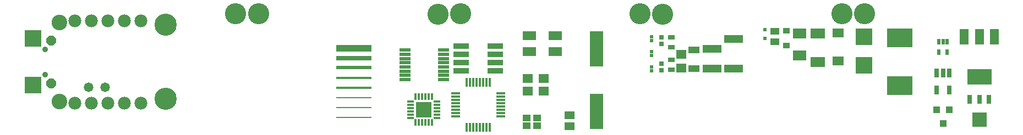
<source format=gbr>
G04 EAGLE Gerber RS-274X export*
G75*
%MOMM*%
%FSLAX34Y34*%
%LPD*%
%INSoldermask Bottom*%
%IPPOS*%
%AMOC8*
5,1,8,0,0,1.08239X$1,22.5*%
G01*
%ADD10R,5.410200X1.041400*%
%ADD11R,5.410200X0.762000*%
%ADD12R,5.410200X0.609600*%
%ADD13R,5.410200X0.457200*%
%ADD14R,5.410200X0.304800*%
%ADD15R,5.410200X0.254000*%
%ADD16R,5.410200X0.203200*%
%ADD17R,5.410200X0.152400*%
%ADD18C,2.403200*%
%ADD19R,0.503200X0.503200*%
%ADD20R,0.803200X0.703200*%
%ADD21R,1.103200X0.803200*%
%ADD22R,1.503200X1.403200*%
%ADD23R,1.803200X1.103200*%
%ADD24R,3.003200X1.203200*%
%ADD25R,1.422400X2.438400*%
%ADD26R,3.803200X2.403200*%
%ADD27R,0.783200X1.403200*%
%ADD28R,2.203200X2.203200*%
%ADD29R,0.753200X1.403200*%
%ADD30R,1.003200X1.103200*%
%ADD31R,0.603200X0.953200*%
%ADD32R,2.003200X1.403200*%
%ADD33R,1.603200X1.403200*%
%ADD34R,1.253200X1.103200*%
%ADD35R,2.133600X5.537200*%
%ADD36R,1.603200X1.203200*%
%ADD37R,1.403200X1.003200*%
%ADD38R,0.553200X0.553200*%
%ADD39R,1.673200X1.473200*%
%ADD40R,2.603200X2.603200*%
%ADD41R,4.003200X3.003200*%
%ADD42R,2.303200X1.603200*%
%ADD43R,1.033200X0.833200*%
%ADD44R,2.003200X1.603200*%
%ADD45R,1.803200X0.553200*%
%ADD46R,2.413000X0.812800*%
%ADD47R,1.003200X0.453200*%
%ADD48R,0.453200X1.003200*%
%ADD49R,2.400000X2.400000*%
%ADD50R,1.346200X0.457200*%
%ADD51R,0.457200X1.346200*%
%ADD52C,3.419200*%
%ADD53C,0.903200*%
%ADD54R,2.616200X2.616200*%
%ADD55P,1.635708X8X112.500000*%
%ADD56P,1.635708X8X292.500000*%
%ADD57C,1.473200*%
%ADD58C,1.981200*%
%ADD59C,3.251200*%


D10*
X518033Y148463D03*
D11*
X518033Y133096D03*
D12*
X518033Y118110D03*
D13*
X518033Y102616D03*
D14*
X518033Y87376D03*
D15*
X518033Y72136D03*
D16*
X518033Y56896D03*
D17*
X518033Y41656D03*
D18*
X64770Y66040D03*
X64770Y187960D03*
D19*
X976376Y119332D03*
X976376Y113332D03*
D20*
X991616Y124380D03*
X991616Y114380D03*
D21*
X1006856Y129928D03*
X1006856Y114928D03*
D22*
X1022096Y138770D03*
X1022096Y117770D03*
D23*
X1041654Y145310D03*
X1041654Y116310D03*
D24*
X1068832Y116826D03*
X1068832Y146826D03*
X1102106Y162700D03*
X1102106Y116700D03*
D25*
X1457198Y165862D03*
X1480312Y165862D03*
X1503426Y165862D03*
D26*
X1480312Y103884D03*
D27*
X1465312Y69054D03*
X1480312Y69054D03*
X1495312Y69054D03*
D28*
X1480312Y38054D03*
D29*
X1414932Y109775D03*
X1424432Y109775D03*
X1433932Y109775D03*
X1433932Y83773D03*
X1414932Y83773D03*
D30*
X1424432Y32434D03*
X1433932Y53434D03*
X1414932Y53434D03*
D31*
X1417932Y158364D03*
X1424432Y158364D03*
X1430932Y158364D03*
X1430932Y141864D03*
X1417932Y141864D03*
D32*
X827720Y143194D03*
X787720Y167194D03*
X827720Y167194D03*
X787720Y143194D03*
D33*
X809814Y101194D03*
X785814Y101194D03*
X809814Y82194D03*
X785814Y82194D03*
D34*
X799668Y28290D03*
X783768Y40290D03*
X799668Y40290D03*
X783768Y28290D03*
D35*
X891286Y147066D03*
X891286Y50546D03*
D36*
X849630Y44568D03*
X849630Y27568D03*
D37*
X1165352Y174116D03*
X1165352Y158116D03*
D38*
X1150112Y176422D03*
X1150112Y162922D03*
D39*
X1263396Y128614D03*
X1263396Y171614D03*
D40*
X1302512Y166018D03*
X1302512Y122018D03*
D41*
X1358138Y164254D03*
X1358138Y90254D03*
D42*
X1231392Y126844D03*
X1231392Y170844D03*
D43*
X1183132Y152076D03*
X1183132Y175076D03*
D44*
X1203452Y171178D03*
X1203452Y137178D03*
D45*
X597102Y99670D03*
X597102Y106170D03*
X597102Y112670D03*
X597102Y119170D03*
X597102Y125670D03*
X597102Y132170D03*
X597102Y138670D03*
X597102Y145170D03*
X656102Y145170D03*
X656102Y138670D03*
X656102Y132170D03*
X656102Y125670D03*
X656102Y119170D03*
X656102Y112670D03*
X656102Y106170D03*
X656102Y99670D03*
D46*
X683260Y113030D03*
X683260Y125730D03*
X683260Y138430D03*
X683260Y151130D03*
X735584Y151130D03*
X735584Y138430D03*
X735584Y125730D03*
X735584Y113030D03*
D47*
X605602Y40840D03*
X605602Y45840D03*
X605602Y50840D03*
X605602Y55840D03*
X605602Y60840D03*
X605602Y65840D03*
D48*
X613102Y73340D03*
X618102Y73340D03*
X623102Y73340D03*
X628102Y73340D03*
X633102Y73340D03*
X638102Y73340D03*
D47*
X645602Y65840D03*
X645602Y60840D03*
X645602Y55840D03*
X645602Y50840D03*
X645602Y45840D03*
X645602Y40840D03*
D48*
X638102Y33340D03*
X633102Y33340D03*
X628102Y33340D03*
X623102Y33340D03*
X618102Y33340D03*
X613102Y33340D03*
D49*
X625602Y53340D03*
D50*
X674422Y43460D03*
X674422Y48460D03*
X674422Y53460D03*
X674422Y58460D03*
X674422Y63460D03*
X674422Y68460D03*
X674422Y73460D03*
X674422Y78460D03*
D51*
X691922Y95960D03*
X696922Y95960D03*
X701922Y95960D03*
X706922Y95960D03*
X711922Y95960D03*
X716922Y95960D03*
X721922Y95960D03*
X726922Y95960D03*
D50*
X744422Y78460D03*
X744422Y73460D03*
X744422Y68460D03*
X744422Y63460D03*
X744422Y58460D03*
X744422Y53460D03*
X744422Y48460D03*
X744422Y43460D03*
D51*
X726922Y25960D03*
X721922Y25960D03*
X716922Y25960D03*
X711922Y25960D03*
X706922Y25960D03*
X701922Y25960D03*
X696922Y25960D03*
X691922Y25960D03*
D19*
X976376Y166068D03*
X976376Y160068D03*
D20*
X991616Y165020D03*
X991616Y155020D03*
D21*
X1006856Y164726D03*
X1006856Y149726D03*
D19*
X976376Y142700D03*
X976376Y136700D03*
D52*
X228600Y69850D03*
X228600Y184150D03*
D53*
X43180Y146500D03*
X43180Y107500D03*
D54*
X24180Y91000D03*
X24180Y163000D03*
D55*
X52180Y160000D03*
D56*
X52180Y94000D03*
D57*
X110236Y88265D03*
X135255Y88265D03*
D58*
X88900Y63754D03*
X114300Y63754D03*
X139700Y63754D03*
X165100Y63754D03*
X190500Y63754D03*
X190500Y190500D03*
X165100Y190500D03*
X139700Y190500D03*
X114300Y190500D03*
X88900Y190500D03*
D59*
X1268984Y201168D03*
X1304036Y201168D03*
X958088Y201168D03*
X993140Y200914D03*
X647192Y200914D03*
X682244Y201168D03*
X336296Y201168D03*
X371348Y201168D03*
M02*

</source>
